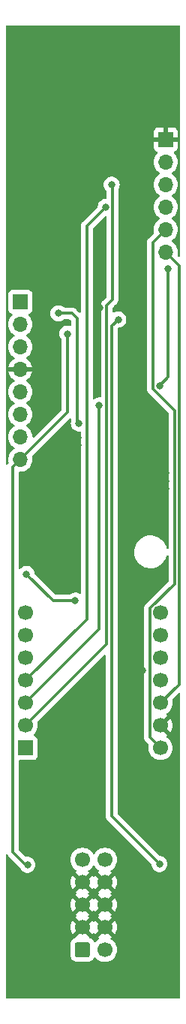
<source format=gbl>
G04 #@! TF.GenerationSoftware,KiCad,Pcbnew,7.0.1.1-36-gbcf78dbe24-dirty-deb11*
G04 #@! TF.CreationDate,2023-04-09T19:27:53+00:00*
G04 #@! TF.ProjectId,RP2040-VCO,52503230-3430-42d5-9643-4f2e6b696361,rev?*
G04 #@! TF.SameCoordinates,Original*
G04 #@! TF.FileFunction,Copper,L2,Bot*
G04 #@! TF.FilePolarity,Positive*
%FSLAX46Y46*%
G04 Gerber Fmt 4.6, Leading zero omitted, Abs format (unit mm)*
G04 Created by KiCad (PCBNEW 7.0.1.1-36-gbcf78dbe24-dirty-deb11) date 2023-04-09 19:27:53*
%MOMM*%
%LPD*%
G01*
G04 APERTURE LIST*
G04 #@! TA.AperFunction,ComponentPad*
%ADD10R,1.700000X1.700000*%
G04 #@! TD*
G04 #@! TA.AperFunction,ComponentPad*
%ADD11O,1.700000X1.700000*%
G04 #@! TD*
G04 #@! TA.AperFunction,ComponentPad*
%ADD12C,1.700000*%
G04 #@! TD*
G04 #@! TA.AperFunction,ViaPad*
%ADD13C,0.800000*%
G04 #@! TD*
G04 #@! TA.AperFunction,ViaPad*
%ADD14C,0.600000*%
G04 #@! TD*
G04 #@! TA.AperFunction,Conductor*
%ADD15C,0.300000*%
G04 #@! TD*
G04 APERTURE END LIST*
D10*
X69700000Y-49500000D03*
D11*
X69700000Y-52040000D03*
X69700000Y-54580000D03*
X69700000Y-57120000D03*
X69700000Y-59660000D03*
X69700000Y-62200000D03*
D10*
X53300000Y-67800000D03*
D11*
X53300000Y-70340000D03*
X53300000Y-72880000D03*
X53300000Y-75420000D03*
X53300000Y-77960000D03*
X53300000Y-80500000D03*
X53300000Y-83040000D03*
X53300000Y-85580000D03*
G04 #@! TA.AperFunction,ComponentPad*
G36*
G01*
X59450000Y-141480000D02*
X59450000Y-140280000D01*
G75*
G02*
X59700000Y-140030000I250000J0D01*
G01*
X60900000Y-140030000D01*
G75*
G02*
X61150000Y-140280000I0J-250000D01*
G01*
X61150000Y-141480000D01*
G75*
G02*
X60900000Y-141730000I-250000J0D01*
G01*
X59700000Y-141730000D01*
G75*
G02*
X59450000Y-141480000I0J250000D01*
G01*
G37*
G04 #@! TD.AperFunction*
D12*
X62840000Y-140880000D03*
X60300000Y-138340000D03*
X62840000Y-138340000D03*
X60300000Y-135800000D03*
X62840000Y-135800000D03*
X60300000Y-133260000D03*
X62840000Y-133260000D03*
X60300000Y-130720000D03*
X62840000Y-130720000D03*
D10*
X53880000Y-118120000D03*
D12*
X53880000Y-115580000D03*
X53880000Y-113040000D03*
X53880000Y-110500000D03*
X53880000Y-107960000D03*
X53880000Y-105420000D03*
X53880000Y-102880000D03*
X69120000Y-102880000D03*
X69120000Y-105420000D03*
X69120000Y-107960000D03*
X69120000Y-110500000D03*
X69120000Y-113040000D03*
X69120000Y-115580000D03*
X69120000Y-118120000D03*
D13*
X56200000Y-92300000D03*
X55900000Y-49300000D03*
X59400000Y-98300000D03*
X56200000Y-91400000D03*
X65900000Y-76200000D03*
X67000000Y-132800000D03*
X59200000Y-119900000D03*
X62200000Y-62500000D03*
X53600000Y-89400000D03*
X65500000Y-59600000D03*
X53600000Y-90300000D03*
X55200000Y-70200000D03*
X67500000Y-133700000D03*
X66000000Y-60500000D03*
X56200000Y-93200000D03*
X69700000Y-88000000D03*
X55900000Y-50200000D03*
X69700000Y-87100000D03*
D14*
X64700000Y-88500000D03*
D13*
X64200000Y-68500000D03*
X53600000Y-91200000D03*
X59700000Y-120700000D03*
X66100000Y-85400000D03*
X69700000Y-88900000D03*
D14*
X64700000Y-87800000D03*
D13*
X66100000Y-86300000D03*
X59800000Y-84000000D03*
X67100000Y-109400000D03*
X58600000Y-98800000D03*
X58600000Y-97800000D03*
X59800000Y-83100000D03*
X56100000Y-73000000D03*
X68000000Y-132800000D03*
X66500000Y-59600000D03*
X66200000Y-109400000D03*
X55000000Y-49300000D03*
X60200000Y-119900000D03*
X55000000Y-50200000D03*
X66100000Y-84500000D03*
X62300000Y-68500000D03*
X62200000Y-61600000D03*
X65900000Y-75300000D03*
X54100000Y-131300000D03*
X58600000Y-71400000D03*
X64349500Y-69800000D03*
X69000000Y-131200000D03*
X63600000Y-54600000D03*
X62949500Y-57100000D03*
X69000000Y-77300000D03*
X62200000Y-79500000D03*
X70000000Y-64100000D03*
X54000000Y-98500000D03*
X59500000Y-101500000D03*
X57600000Y-69100000D03*
X59900000Y-81500000D03*
D15*
X53900000Y-131300000D02*
X54100000Y-131300000D01*
X52450000Y-129850000D02*
X53900000Y-131300000D01*
X58600000Y-71400000D02*
X58600000Y-80280000D01*
X58600000Y-80280000D02*
X53300000Y-85580000D01*
X52450000Y-86430000D02*
X52450000Y-129850000D01*
X53300000Y-85580000D02*
X52450000Y-86430000D01*
X64349500Y-69800000D02*
X63600000Y-70549500D01*
X63600000Y-70549500D02*
X63600000Y-125800000D01*
X63600000Y-125800000D02*
X69000000Y-131200000D01*
X63700000Y-54700000D02*
X63700000Y-67539339D01*
X63700000Y-67539339D02*
X63050000Y-68189339D01*
X63050000Y-106410000D02*
X53880000Y-115580000D01*
X63600000Y-54600000D02*
X63700000Y-54700000D01*
X63050000Y-68189339D02*
X63050000Y-106410000D01*
X60800000Y-103580000D02*
X53880000Y-110500000D01*
X62949500Y-57100000D02*
X60800000Y-59249500D01*
X60800000Y-59249500D02*
X60800000Y-103580000D01*
X67920000Y-116920000D02*
X67920000Y-102382943D01*
X68250000Y-77610661D02*
X68250000Y-61110000D01*
X69120000Y-118120000D02*
X67920000Y-116920000D01*
X67920000Y-102382943D02*
X70700000Y-99602943D01*
X70700000Y-80060661D02*
X68250000Y-77610661D01*
X68250000Y-61110000D02*
X69700000Y-59660000D01*
X70700000Y-99602943D02*
X70700000Y-80060661D01*
X71200000Y-110960000D02*
X69120000Y-113040000D01*
X71200000Y-63700000D02*
X71200000Y-110960000D01*
X69700000Y-62200000D02*
X71200000Y-63700000D01*
X62200000Y-104720000D02*
X62200000Y-79500000D01*
X70000000Y-76300000D02*
X69000000Y-77300000D01*
X70000000Y-64100000D02*
X70000000Y-76300000D01*
X53880000Y-113040000D02*
X62200000Y-104720000D01*
X57000000Y-101500000D02*
X59500000Y-101500000D01*
X54000000Y-98500000D02*
X57000000Y-101500000D01*
X59700000Y-81100000D02*
X59700000Y-81300000D01*
X59700000Y-69700000D02*
X59700000Y-81100000D01*
X57600000Y-69100000D02*
X59100000Y-69100000D01*
X59700000Y-81300000D02*
X59900000Y-81500000D01*
X59100000Y-69100000D02*
X59700000Y-69700000D01*
G04 #@! TA.AperFunction,Conductor*
G36*
X71286500Y-36667381D02*
G01*
X71332619Y-36713500D01*
X71349500Y-36776500D01*
X71349500Y-62614051D01*
X71335767Y-62671254D01*
X71297561Y-62715987D01*
X71243211Y-62738500D01*
X71184564Y-62733884D01*
X71134405Y-62703146D01*
X71057010Y-62625751D01*
X71024626Y-62570105D01*
X71023961Y-62505725D01*
X71044564Y-62424368D01*
X71063156Y-62200000D01*
X71044564Y-61975632D01*
X70989296Y-61757384D01*
X70898860Y-61551209D01*
X70775722Y-61362732D01*
X70623240Y-61197094D01*
X70623239Y-61197093D01*
X70623237Y-61197091D01*
X70445579Y-61058813D01*
X70445577Y-61058812D01*
X70445576Y-61058811D01*
X70412317Y-61040812D01*
X70364047Y-60994498D01*
X70346288Y-60930000D01*
X70364047Y-60865502D01*
X70412317Y-60819187D01*
X70445576Y-60801189D01*
X70623240Y-60662906D01*
X70775722Y-60497268D01*
X70898860Y-60308791D01*
X70989296Y-60102616D01*
X71044564Y-59884368D01*
X71063156Y-59660000D01*
X71044564Y-59435632D01*
X70989296Y-59217384D01*
X70898860Y-59011209D01*
X70775722Y-58822732D01*
X70623240Y-58657094D01*
X70623239Y-58657093D01*
X70623237Y-58657091D01*
X70445579Y-58518813D01*
X70445577Y-58518812D01*
X70445576Y-58518811D01*
X70412317Y-58500812D01*
X70364047Y-58454498D01*
X70346288Y-58390000D01*
X70364047Y-58325502D01*
X70412317Y-58279187D01*
X70445576Y-58261189D01*
X70623240Y-58122906D01*
X70775722Y-57957268D01*
X70898860Y-57768791D01*
X70989296Y-57562616D01*
X71044564Y-57344368D01*
X71063156Y-57120000D01*
X71044564Y-56895632D01*
X70989296Y-56677384D01*
X70898860Y-56471209D01*
X70775722Y-56282732D01*
X70623240Y-56117094D01*
X70623239Y-56117093D01*
X70623237Y-56117091D01*
X70445579Y-55978813D01*
X70445577Y-55978812D01*
X70445576Y-55978811D01*
X70412317Y-55960812D01*
X70364047Y-55914498D01*
X70346288Y-55850000D01*
X70364047Y-55785502D01*
X70412317Y-55739187D01*
X70445576Y-55721189D01*
X70623240Y-55582906D01*
X70775722Y-55417268D01*
X70898860Y-55228791D01*
X70989296Y-55022616D01*
X71044564Y-54804368D01*
X71063156Y-54580000D01*
X71044564Y-54355632D01*
X70989296Y-54137384D01*
X70898860Y-53931209D01*
X70775722Y-53742732D01*
X70623240Y-53577094D01*
X70623239Y-53577093D01*
X70623237Y-53577091D01*
X70445578Y-53438812D01*
X70412317Y-53420812D01*
X70364046Y-53374495D01*
X70346288Y-53309997D01*
X70364049Y-53245499D01*
X70412317Y-53199187D01*
X70445576Y-53181189D01*
X70623240Y-53042906D01*
X70775722Y-52877268D01*
X70898860Y-52688791D01*
X70989296Y-52482616D01*
X71044564Y-52264368D01*
X71063156Y-52040000D01*
X71044564Y-51815632D01*
X70989296Y-51597384D01*
X70898860Y-51391209D01*
X70775722Y-51202732D01*
X70632157Y-51046780D01*
X70602921Y-50993178D01*
X70602318Y-50932122D01*
X70630493Y-50877951D01*
X70680827Y-50843388D01*
X70795963Y-50800445D01*
X70912904Y-50712904D01*
X71000445Y-50595962D01*
X71051494Y-50459093D01*
X71058000Y-50398589D01*
X71058000Y-49754000D01*
X68342000Y-49754000D01*
X68342000Y-50398589D01*
X68348505Y-50459093D01*
X68399554Y-50595962D01*
X68487095Y-50712904D01*
X68604037Y-50800445D01*
X68719172Y-50843388D01*
X68769506Y-50877952D01*
X68797681Y-50932122D01*
X68797078Y-50993178D01*
X68767841Y-51046782D01*
X68624278Y-51202731D01*
X68501139Y-51391209D01*
X68410702Y-51597388D01*
X68355437Y-51815627D01*
X68355436Y-51815632D01*
X68336844Y-52040000D01*
X68355436Y-52264368D01*
X68355436Y-52264371D01*
X68355437Y-52264372D01*
X68410702Y-52482611D01*
X68501139Y-52688790D01*
X68624278Y-52877268D01*
X68776762Y-53042908D01*
X68954418Y-53181185D01*
X68954420Y-53181186D01*
X68954424Y-53181189D01*
X68987682Y-53199187D01*
X69035952Y-53245503D01*
X69053711Y-53310000D01*
X69035952Y-53374497D01*
X68987682Y-53420812D01*
X68962794Y-53434281D01*
X68954418Y-53438814D01*
X68776762Y-53577091D01*
X68624278Y-53742731D01*
X68501139Y-53931209D01*
X68410702Y-54137388D01*
X68387644Y-54228444D01*
X68355436Y-54355632D01*
X68336844Y-54580000D01*
X68355436Y-54804368D01*
X68355436Y-54804371D01*
X68355437Y-54804372D01*
X68410702Y-55022611D01*
X68501139Y-55228790D01*
X68624278Y-55417268D01*
X68776762Y-55582908D01*
X68954418Y-55721185D01*
X68954420Y-55721186D01*
X68954424Y-55721189D01*
X68987682Y-55739187D01*
X69035952Y-55785503D01*
X69053711Y-55850000D01*
X69035952Y-55914497D01*
X68987682Y-55960812D01*
X68962794Y-55974281D01*
X68954418Y-55978814D01*
X68776762Y-56117091D01*
X68624278Y-56282731D01*
X68501139Y-56471209D01*
X68410702Y-56677388D01*
X68355437Y-56895627D01*
X68355436Y-56895632D01*
X68336844Y-57120000D01*
X68355436Y-57344368D01*
X68355436Y-57344371D01*
X68355437Y-57344372D01*
X68410702Y-57562611D01*
X68501139Y-57768790D01*
X68624278Y-57957268D01*
X68776762Y-58122908D01*
X68954418Y-58261185D01*
X68954420Y-58261186D01*
X68954424Y-58261189D01*
X68987682Y-58279187D01*
X69035952Y-58325503D01*
X69053711Y-58390000D01*
X69035952Y-58454497D01*
X68987682Y-58500812D01*
X68962794Y-58514281D01*
X68954418Y-58518814D01*
X68776762Y-58657091D01*
X68624278Y-58822731D01*
X68501139Y-59011209D01*
X68410702Y-59217388D01*
X68394707Y-59280553D01*
X68355436Y-59435632D01*
X68336844Y-59660000D01*
X68355436Y-59884368D01*
X68355436Y-59884371D01*
X68355437Y-59884372D01*
X68376038Y-59965723D01*
X68375373Y-60030103D01*
X68342989Y-60085749D01*
X67845611Y-60583127D01*
X67828742Y-60596643D01*
X67778394Y-60650257D01*
X67775644Y-60653095D01*
X67755070Y-60673670D01*
X67752343Y-60677185D01*
X67744650Y-60686191D01*
X67713027Y-60719868D01*
X67702690Y-60738668D01*
X67691844Y-60755179D01*
X67678695Y-60772131D01*
X67660350Y-60814524D01*
X67655130Y-60825179D01*
X67632876Y-60865660D01*
X67627542Y-60886435D01*
X67621139Y-60905135D01*
X67612620Y-60924820D01*
X67605393Y-60970452D01*
X67602986Y-60982073D01*
X67591500Y-61026811D01*
X67591500Y-61048259D01*
X67589949Y-61067970D01*
X67586594Y-61089152D01*
X67590941Y-61135138D01*
X67591500Y-61146996D01*
X67591500Y-77524050D01*
X67589128Y-77545535D01*
X67591438Y-77619030D01*
X67591500Y-77622988D01*
X67591500Y-77652097D01*
X67592055Y-77656493D01*
X67592986Y-77668317D01*
X67594437Y-77714492D01*
X67600421Y-77735088D01*
X67604429Y-77754443D01*
X67607117Y-77775722D01*
X67624124Y-77818678D01*
X67627967Y-77829905D01*
X67640854Y-77874261D01*
X67651770Y-77892719D01*
X67660467Y-77910471D01*
X67668364Y-77930417D01*
X67695514Y-77967784D01*
X67702033Y-77977707D01*
X67725549Y-78017471D01*
X67740710Y-78032632D01*
X67753550Y-78047665D01*
X67766157Y-78065016D01*
X67801751Y-78094462D01*
X67810531Y-78102452D01*
X70004595Y-80296516D01*
X70031909Y-80337393D01*
X70041500Y-80385611D01*
X70041500Y-95512578D01*
X70027204Y-95570872D01*
X69987561Y-95615938D01*
X69931566Y-95637550D01*
X69871925Y-95630803D01*
X69822172Y-95597230D01*
X69793597Y-95544448D01*
X69756072Y-95400912D01*
X69650130Y-95151610D01*
X69509018Y-94920390D01*
X69335745Y-94712180D01*
X69230759Y-94618112D01*
X69134006Y-94531421D01*
X69134003Y-94531419D01*
X69134002Y-94531418D01*
X68908090Y-94381956D01*
X68908086Y-94381954D01*
X68662828Y-94266981D01*
X68403425Y-94188938D01*
X68135442Y-94149500D01*
X68135439Y-94149500D01*
X67932369Y-94149500D01*
X67898614Y-94151970D01*
X67729839Y-94164323D01*
X67465449Y-94223219D01*
X67212441Y-94319985D01*
X66976225Y-94452557D01*
X66761820Y-94618114D01*
X66573815Y-94813117D01*
X66416200Y-95033422D01*
X66292342Y-95274328D01*
X66204882Y-95530693D01*
X66155681Y-95797065D01*
X66145787Y-96067766D01*
X66175413Y-96337015D01*
X66175414Y-96337018D01*
X66243928Y-96599088D01*
X66349870Y-96848390D01*
X66490982Y-97079610D01*
X66664255Y-97287820D01*
X66664256Y-97287821D01*
X66664258Y-97287823D01*
X66865993Y-97468578D01*
X66865995Y-97468579D01*
X66865998Y-97468582D01*
X67091910Y-97618044D01*
X67224104Y-97680014D01*
X67337171Y-97733018D01*
X67337173Y-97733018D01*
X67337176Y-97733020D01*
X67596569Y-97811060D01*
X67596572Y-97811060D01*
X67596574Y-97811061D01*
X67864558Y-97850500D01*
X67864561Y-97850500D01*
X68067630Y-97850500D01*
X68067631Y-97850500D01*
X68270156Y-97835677D01*
X68534553Y-97776780D01*
X68787558Y-97680014D01*
X69023777Y-97547441D01*
X69238177Y-97381888D01*
X69426186Y-97186881D01*
X69583799Y-96966579D01*
X69707656Y-96725675D01*
X69750842Y-96599087D01*
X69796249Y-96465991D01*
X69836325Y-96408657D01*
X69900805Y-96381534D01*
X69969814Y-96392981D01*
X70022082Y-96439471D01*
X70041500Y-96506674D01*
X70041500Y-99277993D01*
X70031909Y-99326211D01*
X70004595Y-99367088D01*
X67515611Y-101856070D01*
X67498742Y-101869586D01*
X67448394Y-101923200D01*
X67445644Y-101926038D01*
X67425070Y-101946613D01*
X67422343Y-101950128D01*
X67414650Y-101959134D01*
X67383027Y-101992811D01*
X67372690Y-102011611D01*
X67361844Y-102028122D01*
X67348695Y-102045074D01*
X67330350Y-102087467D01*
X67325130Y-102098122D01*
X67302876Y-102138603D01*
X67297542Y-102159378D01*
X67291139Y-102178078D01*
X67282620Y-102197763D01*
X67275393Y-102243395D01*
X67272986Y-102255016D01*
X67261500Y-102299754D01*
X67261500Y-102321202D01*
X67259949Y-102340913D01*
X67256594Y-102362095D01*
X67260941Y-102408081D01*
X67261500Y-102419939D01*
X67261500Y-116833389D01*
X67259128Y-116854874D01*
X67261438Y-116928369D01*
X67261500Y-116932327D01*
X67261500Y-116961436D01*
X67262055Y-116965832D01*
X67262986Y-116977656D01*
X67264437Y-117023831D01*
X67270421Y-117044427D01*
X67274429Y-117063782D01*
X67277117Y-117085061D01*
X67294124Y-117128017D01*
X67297967Y-117139244D01*
X67310854Y-117183600D01*
X67321770Y-117202058D01*
X67330467Y-117219810D01*
X67338364Y-117239756D01*
X67365514Y-117277123D01*
X67372033Y-117287046D01*
X67395549Y-117326810D01*
X67410710Y-117341971D01*
X67423550Y-117357004D01*
X67436157Y-117374355D01*
X67471752Y-117403802D01*
X67480532Y-117411792D01*
X67762988Y-117694248D01*
X67795372Y-117749893D01*
X67796038Y-117814272D01*
X67779582Y-117879257D01*
X67775436Y-117895632D01*
X67756844Y-118120000D01*
X67775436Y-118344368D01*
X67775436Y-118344371D01*
X67775437Y-118344372D01*
X67830702Y-118562611D01*
X67921139Y-118768790D01*
X67921140Y-118768791D01*
X68044278Y-118957268D01*
X68156525Y-119079200D01*
X68196762Y-119122908D01*
X68316629Y-119216205D01*
X68374424Y-119261189D01*
X68572426Y-119368342D01*
X68785365Y-119441444D01*
X69007431Y-119478500D01*
X69232566Y-119478500D01*
X69232569Y-119478500D01*
X69454635Y-119441444D01*
X69667574Y-119368342D01*
X69865576Y-119261189D01*
X70043240Y-119122906D01*
X70195722Y-118957268D01*
X70318860Y-118768791D01*
X70409296Y-118562616D01*
X70464564Y-118344368D01*
X70483156Y-118120000D01*
X70464564Y-117895632D01*
X70409296Y-117677384D01*
X70318860Y-117471209D01*
X70195722Y-117282732D01*
X70043240Y-117117094D01*
X70043239Y-117117093D01*
X70043237Y-117117091D01*
X69923372Y-117023796D01*
X69865576Y-116978811D01*
X69831792Y-116960528D01*
X69783521Y-116914212D01*
X69765762Y-116849715D01*
X69783521Y-116785217D01*
X69831793Y-116738901D01*
X69865303Y-116720765D01*
X69885688Y-116704899D01*
X69885689Y-116704898D01*
X68849885Y-115669094D01*
X68817273Y-115612610D01*
X68817273Y-115580001D01*
X69479210Y-115580001D01*
X70243076Y-116343867D01*
X70243077Y-116343866D01*
X70318418Y-116228551D01*
X70408819Y-116022457D01*
X70464068Y-115804283D01*
X70482653Y-115580000D01*
X70464068Y-115355716D01*
X70408819Y-115137543D01*
X70318417Y-114931446D01*
X70243076Y-114816132D01*
X69479210Y-115580000D01*
X69479210Y-115580001D01*
X68817273Y-115580001D01*
X68817273Y-115547388D01*
X68849885Y-115490903D01*
X69120000Y-115220789D01*
X69885689Y-114455100D01*
X69885688Y-114455099D01*
X69865300Y-114439230D01*
X69831792Y-114421097D01*
X69783521Y-114374781D01*
X69765762Y-114310282D01*
X69783522Y-114245785D01*
X69831791Y-114199471D01*
X69865576Y-114181189D01*
X70043240Y-114042906D01*
X70195722Y-113877268D01*
X70318860Y-113688791D01*
X70409296Y-113482616D01*
X70464564Y-113264368D01*
X70483156Y-113040000D01*
X70464564Y-112815632D01*
X70443961Y-112734274D01*
X70444626Y-112669895D01*
X70477008Y-112614250D01*
X71134404Y-111956855D01*
X71184564Y-111926118D01*
X71243211Y-111921502D01*
X71297561Y-111944015D01*
X71335767Y-111988748D01*
X71349500Y-112045951D01*
X71349500Y-146223500D01*
X71332619Y-146286500D01*
X71286500Y-146332619D01*
X71223500Y-146349500D01*
X51776500Y-146349500D01*
X51713500Y-146332619D01*
X51667381Y-146286500D01*
X51650500Y-146223500D01*
X51650500Y-141530540D01*
X58941500Y-141530540D01*
X58943693Y-141552006D01*
X58952113Y-141634426D01*
X59007885Y-141802738D01*
X59057335Y-141882908D01*
X59100972Y-141953655D01*
X59226344Y-142079027D01*
X59226346Y-142079028D01*
X59226348Y-142079030D01*
X59377262Y-142172115D01*
X59545574Y-142227887D01*
X59649455Y-142238500D01*
X60950544Y-142238499D01*
X61054426Y-142227887D01*
X61222738Y-142172115D01*
X61373652Y-142079030D01*
X61499030Y-141953652D01*
X61592115Y-141802738D01*
X61592115Y-141802735D01*
X61599846Y-141790203D01*
X61600835Y-141790813D01*
X61626619Y-141751426D01*
X61684262Y-141722017D01*
X61748900Y-141725098D01*
X61803482Y-141759855D01*
X61916760Y-141882906D01*
X61916762Y-141882908D01*
X62007653Y-141953652D01*
X62094424Y-142021189D01*
X62292426Y-142128342D01*
X62505365Y-142201444D01*
X62727431Y-142238500D01*
X62952566Y-142238500D01*
X62952569Y-142238500D01*
X63174635Y-142201444D01*
X63387574Y-142128342D01*
X63585576Y-142021189D01*
X63763240Y-141882906D01*
X63915722Y-141717268D01*
X64038860Y-141528791D01*
X64129296Y-141322616D01*
X64184564Y-141104368D01*
X64203156Y-140880000D01*
X64184564Y-140655632D01*
X64129296Y-140437384D01*
X64038860Y-140231209D01*
X63915722Y-140042732D01*
X63763240Y-139877094D01*
X63763239Y-139877093D01*
X63763237Y-139877091D01*
X63656641Y-139794124D01*
X63585576Y-139738811D01*
X63551792Y-139720528D01*
X63503521Y-139674212D01*
X63485762Y-139609715D01*
X63503521Y-139545217D01*
X63551793Y-139498901D01*
X63585303Y-139480765D01*
X63605688Y-139464899D01*
X63605689Y-139464898D01*
X62840001Y-138699210D01*
X62840000Y-138699210D01*
X62074310Y-139464899D01*
X62094697Y-139480767D01*
X62128206Y-139498901D01*
X62176478Y-139545217D01*
X62194237Y-139609714D01*
X62176478Y-139674212D01*
X62128207Y-139720528D01*
X62094423Y-139738811D01*
X61916762Y-139877091D01*
X61803484Y-140000143D01*
X61748900Y-140034901D01*
X61684263Y-140037983D01*
X61626621Y-140008575D01*
X61600835Y-139969186D01*
X61599846Y-139969797D01*
X61592115Y-139957264D01*
X61592115Y-139957262D01*
X61499030Y-139806348D01*
X61499028Y-139806346D01*
X61499027Y-139806344D01*
X61373655Y-139680972D01*
X61373652Y-139680970D01*
X61222738Y-139587885D01*
X61153511Y-139564945D01*
X61106561Y-139536880D01*
X61075928Y-139491562D01*
X61072844Y-139472053D01*
X60300001Y-138699210D01*
X60300000Y-138699210D01*
X59527152Y-139472056D01*
X59524068Y-139491564D01*
X59493435Y-139536881D01*
X59446486Y-139564946D01*
X59377264Y-139587884D01*
X59226344Y-139680972D01*
X59100972Y-139806344D01*
X59100970Y-139806348D01*
X59007885Y-139957262D01*
X58979564Y-140042731D01*
X58952113Y-140125574D01*
X58941500Y-140229459D01*
X58941500Y-141530540D01*
X51650500Y-141530540D01*
X51650500Y-138340000D01*
X58937346Y-138340000D01*
X58955931Y-138564283D01*
X59011180Y-138782456D01*
X59101580Y-138988548D01*
X59176922Y-139103866D01*
X59940789Y-138340001D01*
X60659210Y-138340001D01*
X61423076Y-139103867D01*
X61464516Y-139040439D01*
X61510030Y-138998541D01*
X61569999Y-138983355D01*
X61629968Y-138998541D01*
X61675482Y-139040439D01*
X61716922Y-139103866D01*
X62480789Y-138340001D01*
X63199210Y-138340001D01*
X63963076Y-139103867D01*
X63963077Y-139103866D01*
X64038418Y-138988551D01*
X64128819Y-138782457D01*
X64184068Y-138564283D01*
X64202653Y-138340000D01*
X64184068Y-138115716D01*
X64128819Y-137897543D01*
X64038417Y-137691446D01*
X63963076Y-137576132D01*
X63199210Y-138340000D01*
X63199210Y-138340001D01*
X62480789Y-138340001D01*
X62480790Y-138340000D01*
X61716921Y-137576132D01*
X61675482Y-137639560D01*
X61629968Y-137681458D01*
X61569999Y-137696644D01*
X61510030Y-137681458D01*
X61464516Y-137639560D01*
X61423076Y-137576132D01*
X60659210Y-138340000D01*
X60659210Y-138340001D01*
X59940789Y-138340001D01*
X59940790Y-138340000D01*
X59176922Y-137576133D01*
X59101580Y-137691451D01*
X59011180Y-137897543D01*
X58955931Y-138115716D01*
X58937346Y-138340000D01*
X51650500Y-138340000D01*
X51650500Y-137215101D01*
X59534310Y-137215101D01*
X60299999Y-137980790D01*
X60300000Y-137980790D01*
X61065688Y-137215101D01*
X62074310Y-137215101D01*
X62839999Y-137980790D01*
X62840000Y-137980790D01*
X63605689Y-137215100D01*
X63605688Y-137215099D01*
X63585302Y-137199232D01*
X63551265Y-137180812D01*
X63502994Y-137134495D01*
X63485236Y-137069997D01*
X63502996Y-137005500D01*
X63551268Y-136959184D01*
X63585306Y-136940763D01*
X63605688Y-136924899D01*
X63605689Y-136924898D01*
X62840001Y-136159210D01*
X62840000Y-136159210D01*
X62074310Y-136924899D01*
X62094699Y-136940768D01*
X62128733Y-136959187D01*
X62177004Y-137005503D01*
X62194763Y-137070000D01*
X62177004Y-137134497D01*
X62128733Y-137180813D01*
X62094702Y-137199229D01*
X62074310Y-137215099D01*
X62074310Y-137215101D01*
X61065688Y-137215101D01*
X61065689Y-137215100D01*
X61065688Y-137215099D01*
X61045302Y-137199232D01*
X61011265Y-137180812D01*
X60962994Y-137134495D01*
X60945236Y-137069997D01*
X60962996Y-137005500D01*
X61011268Y-136959184D01*
X61045306Y-136940763D01*
X61065688Y-136924899D01*
X61065689Y-136924898D01*
X60300001Y-136159210D01*
X60300000Y-136159210D01*
X59534310Y-136924899D01*
X59554699Y-136940768D01*
X59588733Y-136959187D01*
X59637004Y-137005503D01*
X59654763Y-137070000D01*
X59637004Y-137134497D01*
X59588733Y-137180813D01*
X59554702Y-137199229D01*
X59534310Y-137215099D01*
X59534310Y-137215101D01*
X51650500Y-137215101D01*
X51650500Y-135800000D01*
X58937346Y-135800000D01*
X58955931Y-136024283D01*
X59011180Y-136242456D01*
X59101580Y-136448548D01*
X59176922Y-136563866D01*
X59940789Y-135800001D01*
X60659210Y-135800001D01*
X61423076Y-136563867D01*
X61464516Y-136500439D01*
X61510030Y-136458541D01*
X61569999Y-136443355D01*
X61629968Y-136458541D01*
X61675482Y-136500439D01*
X61716922Y-136563866D01*
X62480789Y-135800001D01*
X63199210Y-135800001D01*
X63963076Y-136563867D01*
X63963077Y-136563866D01*
X64038418Y-136448551D01*
X64128819Y-136242457D01*
X64184068Y-136024283D01*
X64202653Y-135799999D01*
X64184068Y-135575716D01*
X64128819Y-135357543D01*
X64038417Y-135151446D01*
X63963076Y-135036132D01*
X63199210Y-135800000D01*
X63199210Y-135800001D01*
X62480789Y-135800001D01*
X62480790Y-135800000D01*
X61716921Y-135036132D01*
X61675482Y-135099560D01*
X61629968Y-135141458D01*
X61569999Y-135156644D01*
X61510030Y-135141458D01*
X61464516Y-135099560D01*
X61423076Y-135036132D01*
X60659210Y-135800000D01*
X60659210Y-135800001D01*
X59940789Y-135800001D01*
X59940790Y-135800000D01*
X59176922Y-135036133D01*
X59101580Y-135151451D01*
X59011180Y-135357543D01*
X58955931Y-135575716D01*
X58937346Y-135800000D01*
X51650500Y-135800000D01*
X51650500Y-134675101D01*
X59534310Y-134675101D01*
X60299999Y-135440790D01*
X60300000Y-135440790D01*
X61065688Y-134675101D01*
X62074310Y-134675101D01*
X62839999Y-135440790D01*
X62840000Y-135440790D01*
X63605689Y-134675100D01*
X63605688Y-134675099D01*
X63585302Y-134659232D01*
X63551265Y-134640812D01*
X63502994Y-134594495D01*
X63485236Y-134529997D01*
X63502996Y-134465500D01*
X63551268Y-134419184D01*
X63585306Y-134400763D01*
X63605688Y-134384899D01*
X63605689Y-134384898D01*
X62840001Y-133619210D01*
X62840000Y-133619210D01*
X62074310Y-134384899D01*
X62094699Y-134400768D01*
X62128733Y-134419187D01*
X62177004Y-134465503D01*
X62194763Y-134530000D01*
X62177004Y-134594497D01*
X62128733Y-134640813D01*
X62094702Y-134659229D01*
X62074310Y-134675099D01*
X62074310Y-134675101D01*
X61065688Y-134675101D01*
X61065689Y-134675100D01*
X61065688Y-134675099D01*
X61045302Y-134659232D01*
X61011265Y-134640812D01*
X60962994Y-134594495D01*
X60945236Y-134529997D01*
X60962996Y-134465500D01*
X61011268Y-134419184D01*
X61045306Y-134400763D01*
X61065688Y-134384899D01*
X61065689Y-134384898D01*
X60300001Y-133619210D01*
X60300000Y-133619210D01*
X59534310Y-134384899D01*
X59554699Y-134400768D01*
X59588733Y-134419187D01*
X59637004Y-134465503D01*
X59654763Y-134530000D01*
X59637004Y-134594497D01*
X59588733Y-134640813D01*
X59554702Y-134659229D01*
X59534310Y-134675099D01*
X59534310Y-134675101D01*
X51650500Y-134675101D01*
X51650500Y-133260000D01*
X58937346Y-133260000D01*
X58955931Y-133484283D01*
X59011180Y-133702456D01*
X59101580Y-133908548D01*
X59176922Y-134023866D01*
X59940789Y-133260001D01*
X60659210Y-133260001D01*
X61423076Y-134023867D01*
X61464516Y-133960439D01*
X61510030Y-133918541D01*
X61569999Y-133903355D01*
X61629968Y-133918541D01*
X61675482Y-133960439D01*
X61716922Y-134023866D01*
X62480789Y-133260001D01*
X63199210Y-133260001D01*
X63963076Y-134023867D01*
X63963077Y-134023866D01*
X64038418Y-133908551D01*
X64128819Y-133702457D01*
X64184068Y-133484283D01*
X64202653Y-133259999D01*
X64184068Y-133035716D01*
X64128819Y-132817543D01*
X64038417Y-132611446D01*
X63963076Y-132496132D01*
X63199210Y-133260000D01*
X63199210Y-133260001D01*
X62480789Y-133260001D01*
X62480790Y-133260000D01*
X61716921Y-132496132D01*
X61675482Y-132559560D01*
X61629968Y-132601458D01*
X61569999Y-132616644D01*
X61510030Y-132601458D01*
X61464516Y-132559560D01*
X61423076Y-132496132D01*
X60659210Y-133260000D01*
X60659210Y-133260001D01*
X59940789Y-133260001D01*
X59940790Y-133260000D01*
X59176922Y-132496133D01*
X59101580Y-132611451D01*
X59011180Y-132817543D01*
X58955931Y-133035716D01*
X58937346Y-133260000D01*
X51650500Y-133260000D01*
X51650500Y-130257678D01*
X51666085Y-130196977D01*
X51708986Y-130151293D01*
X51768588Y-130131927D01*
X51830148Y-130143670D01*
X51878436Y-130183617D01*
X51895515Y-130207124D01*
X51902033Y-130217046D01*
X51925549Y-130256810D01*
X51940710Y-130271971D01*
X51953550Y-130287004D01*
X51966157Y-130304355D01*
X52001751Y-130333801D01*
X52010531Y-130341791D01*
X53208068Y-131539328D01*
X53238806Y-131589486D01*
X53265473Y-131671557D01*
X53360958Y-131836942D01*
X53440953Y-131925785D01*
X53488747Y-131978866D01*
X53643248Y-132091118D01*
X53817712Y-132168794D01*
X54004513Y-132208500D01*
X54195485Y-132208500D01*
X54195487Y-132208500D01*
X54382288Y-132168794D01*
X54556752Y-132091118D01*
X54711253Y-131978866D01*
X54839040Y-131836944D01*
X54934527Y-131671556D01*
X54993542Y-131489928D01*
X55013504Y-131300000D01*
X54993542Y-131110072D01*
X54961049Y-131010070D01*
X54934527Y-130928443D01*
X54839041Y-130763057D01*
X54800272Y-130720000D01*
X58936844Y-130720000D01*
X58955436Y-130944368D01*
X58955436Y-130944371D01*
X58955437Y-130944372D01*
X59010702Y-131162611D01*
X59101139Y-131368790D01*
X59101140Y-131368791D01*
X59224278Y-131557268D01*
X59329489Y-131671557D01*
X59376762Y-131722908D01*
X59554422Y-131861188D01*
X59554424Y-131861189D01*
X59588205Y-131879470D01*
X59636477Y-131925785D01*
X59654237Y-131990282D01*
X59636479Y-132054780D01*
X59588208Y-132101097D01*
X59554700Y-132119230D01*
X59534310Y-132135099D01*
X59534310Y-132135101D01*
X60299999Y-132900790D01*
X60300000Y-132900790D01*
X61065689Y-132135100D01*
X61065688Y-132135099D01*
X61045300Y-132119230D01*
X61011792Y-132101097D01*
X60963521Y-132054781D01*
X60945762Y-131990282D01*
X60963522Y-131925785D01*
X61011791Y-131879471D01*
X61045576Y-131861189D01*
X61223240Y-131722906D01*
X61375722Y-131557268D01*
X61464518Y-131421354D01*
X61510030Y-131379457D01*
X61570000Y-131364271D01*
X61629970Y-131379457D01*
X61675481Y-131421354D01*
X61764278Y-131557268D01*
X61916760Y-131722906D01*
X61916762Y-131722908D01*
X62094422Y-131861188D01*
X62094424Y-131861189D01*
X62128205Y-131879470D01*
X62176477Y-131925785D01*
X62194237Y-131990282D01*
X62176479Y-132054780D01*
X62128208Y-132101097D01*
X62094700Y-132119230D01*
X62074310Y-132135099D01*
X62074310Y-132135101D01*
X62839999Y-132900790D01*
X62840000Y-132900790D01*
X63605689Y-132135100D01*
X63605688Y-132135099D01*
X63585300Y-132119230D01*
X63551792Y-132101097D01*
X63503521Y-132054781D01*
X63485762Y-131990282D01*
X63503522Y-131925785D01*
X63551791Y-131879471D01*
X63585576Y-131861189D01*
X63763240Y-131722906D01*
X63915722Y-131557268D01*
X64038860Y-131368791D01*
X64129296Y-131162616D01*
X64184564Y-130944368D01*
X64203156Y-130720000D01*
X64184564Y-130495632D01*
X64129296Y-130277384D01*
X64038860Y-130071209D01*
X63915722Y-129882732D01*
X63763240Y-129717094D01*
X63763239Y-129717093D01*
X63763237Y-129717091D01*
X63585578Y-129578812D01*
X63387573Y-129471657D01*
X63243427Y-129422172D01*
X63174635Y-129398556D01*
X62952569Y-129361500D01*
X62727431Y-129361500D01*
X62505365Y-129398556D01*
X62505362Y-129398556D01*
X62505362Y-129398557D01*
X62292426Y-129471657D01*
X62094421Y-129578812D01*
X61916762Y-129717091D01*
X61764278Y-129882731D01*
X61718677Y-129952528D01*
X61675481Y-130018645D01*
X61629969Y-130060542D01*
X61570000Y-130075728D01*
X61510031Y-130060542D01*
X61464518Y-130018645D01*
X61375722Y-129882732D01*
X61223240Y-129717094D01*
X61223239Y-129717093D01*
X61223237Y-129717091D01*
X61045578Y-129578812D01*
X60847573Y-129471657D01*
X60703427Y-129422172D01*
X60634635Y-129398556D01*
X60412569Y-129361500D01*
X60187431Y-129361500D01*
X59965365Y-129398556D01*
X59965362Y-129398556D01*
X59965362Y-129398557D01*
X59752426Y-129471657D01*
X59554421Y-129578812D01*
X59376762Y-129717091D01*
X59224278Y-129882731D01*
X59101139Y-130071209D01*
X59010702Y-130277388D01*
X58955437Y-130495627D01*
X58955436Y-130495632D01*
X58936844Y-130720000D01*
X54800272Y-130720000D01*
X54711252Y-130621133D01*
X54556753Y-130508883D01*
X54556752Y-130508882D01*
X54382288Y-130431206D01*
X54195487Y-130391500D01*
X54004513Y-130391500D01*
X54004506Y-130391500D01*
X54003998Y-130391608D01*
X54001252Y-130391500D01*
X53991270Y-130391500D01*
X53991270Y-130391107D01*
X53942020Y-130389170D01*
X53888715Y-130357455D01*
X53145405Y-129614145D01*
X53118091Y-129573268D01*
X53108500Y-129525050D01*
X53108500Y-119604500D01*
X53125381Y-119541500D01*
X53171500Y-119495381D01*
X53234500Y-119478500D01*
X54778638Y-119478500D01*
X54839201Y-119471989D01*
X54976204Y-119420889D01*
X55093261Y-119333261D01*
X55180889Y-119216204D01*
X55231989Y-119079201D01*
X55238500Y-119018638D01*
X55238500Y-117221362D01*
X55231989Y-117160799D01*
X55180889Y-117023796D01*
X55180888Y-117023794D01*
X55093261Y-116906738D01*
X54976205Y-116819111D01*
X54914670Y-116796159D01*
X54861191Y-116776213D01*
X54810858Y-116741650D01*
X54782684Y-116687480D01*
X54783287Y-116626424D01*
X54812522Y-116572822D01*
X54955722Y-116417268D01*
X55078860Y-116228791D01*
X55169296Y-116022616D01*
X55224564Y-115804368D01*
X55243156Y-115580000D01*
X55224564Y-115355632D01*
X55203961Y-115274273D01*
X55204626Y-115209894D01*
X55237008Y-115154250D01*
X62726405Y-107664854D01*
X62776564Y-107634116D01*
X62835211Y-107629500D01*
X62889561Y-107652013D01*
X62927767Y-107696746D01*
X62941500Y-107753949D01*
X62941500Y-125713389D01*
X62939128Y-125734874D01*
X62941438Y-125808369D01*
X62941500Y-125812327D01*
X62941500Y-125841436D01*
X62942055Y-125845832D01*
X62942986Y-125857656D01*
X62944437Y-125903831D01*
X62950421Y-125924427D01*
X62954429Y-125943782D01*
X62957117Y-125965061D01*
X62974124Y-126008017D01*
X62977967Y-126019244D01*
X62990854Y-126063600D01*
X63001770Y-126082058D01*
X63010467Y-126099810D01*
X63018364Y-126119756D01*
X63045514Y-126157123D01*
X63052033Y-126167046D01*
X63075549Y-126206810D01*
X63090710Y-126221971D01*
X63103550Y-126237004D01*
X63116157Y-126254355D01*
X63151752Y-126283802D01*
X63160532Y-126291792D01*
X68057029Y-131188288D01*
X68081659Y-131223138D01*
X68093244Y-131264211D01*
X68106458Y-131389929D01*
X68165472Y-131571556D01*
X68260958Y-131736942D01*
X68351000Y-131836944D01*
X68388747Y-131878866D01*
X68543248Y-131991118D01*
X68717712Y-132068794D01*
X68904513Y-132108500D01*
X69095485Y-132108500D01*
X69095487Y-132108500D01*
X69282288Y-132068794D01*
X69456752Y-131991118D01*
X69611253Y-131878866D01*
X69739040Y-131736944D01*
X69834527Y-131571556D01*
X69893542Y-131389928D01*
X69913504Y-131200000D01*
X69893542Y-131010072D01*
X69834527Y-130828444D01*
X69834527Y-130828443D01*
X69739041Y-130663057D01*
X69611252Y-130521133D01*
X69456753Y-130408883D01*
X69456752Y-130408882D01*
X69282288Y-130331206D01*
X69095487Y-130291500D01*
X69095485Y-130291500D01*
X69074949Y-130291500D01*
X69026731Y-130281909D01*
X68985854Y-130254595D01*
X64295405Y-125564145D01*
X64268091Y-125523268D01*
X64258500Y-125475050D01*
X64258500Y-70874450D01*
X64268091Y-70826232D01*
X64295405Y-70785355D01*
X64335355Y-70745405D01*
X64376232Y-70718091D01*
X64424450Y-70708500D01*
X64444985Y-70708500D01*
X64444987Y-70708500D01*
X64631788Y-70668794D01*
X64806252Y-70591118D01*
X64960753Y-70478866D01*
X65088540Y-70336944D01*
X65184027Y-70171556D01*
X65243042Y-69989928D01*
X65263004Y-69800000D01*
X65243042Y-69610072D01*
X65184027Y-69428444D01*
X65184027Y-69428443D01*
X65088541Y-69263057D01*
X64960752Y-69121133D01*
X64806253Y-69008883D01*
X64806252Y-69008882D01*
X64631788Y-68931206D01*
X64444987Y-68891500D01*
X64254013Y-68891500D01*
X64129479Y-68917970D01*
X64067211Y-68931206D01*
X64009246Y-68957014D01*
X63892748Y-69008882D01*
X63892745Y-69008884D01*
X63885749Y-69011999D01*
X63824614Y-69022504D01*
X63765876Y-69002565D01*
X63723769Y-68957014D01*
X63708500Y-68896892D01*
X63708500Y-68514290D01*
X63718091Y-68466072D01*
X63745404Y-68425195D01*
X63774682Y-68395915D01*
X64104388Y-68066209D01*
X64121252Y-68052701D01*
X64123078Y-68050755D01*
X64123080Y-68050755D01*
X64171606Y-67999078D01*
X64174328Y-67996269D01*
X64194927Y-67975672D01*
X64197648Y-67972162D01*
X64205346Y-67963148D01*
X64236972Y-67929472D01*
X64247303Y-67910678D01*
X64258159Y-67894153D01*
X64258384Y-67893863D01*
X64271304Y-67877207D01*
X64289652Y-67834804D01*
X64294877Y-67824142D01*
X64298250Y-67818007D01*
X64317124Y-67783676D01*
X64322458Y-67762897D01*
X64328856Y-67744208D01*
X64337380Y-67724515D01*
X64344609Y-67678860D01*
X64347010Y-67667271D01*
X64358500Y-67622527D01*
X64358500Y-67601080D01*
X64360051Y-67581369D01*
X64363406Y-67560187D01*
X64359058Y-67514198D01*
X64358500Y-67502343D01*
X64358500Y-55137000D01*
X64375381Y-55074000D01*
X64405050Y-55022611D01*
X64434527Y-54971556D01*
X64493542Y-54789928D01*
X64513504Y-54600000D01*
X64493542Y-54410072D01*
X64434527Y-54228444D01*
X64434527Y-54228443D01*
X64339041Y-54063057D01*
X64275146Y-53992094D01*
X64211253Y-53921134D01*
X64056752Y-53808882D01*
X63882288Y-53731206D01*
X63695487Y-53691500D01*
X63504513Y-53691500D01*
X63379979Y-53717970D01*
X63317711Y-53731206D01*
X63143246Y-53808883D01*
X62988747Y-53921133D01*
X62860958Y-54063057D01*
X62765472Y-54228443D01*
X62706458Y-54410070D01*
X62686496Y-54600000D01*
X62706458Y-54789929D01*
X62765472Y-54971556D01*
X62860958Y-55136942D01*
X62860960Y-55136944D01*
X62988747Y-55278866D01*
X62989560Y-55279457D01*
X62994751Y-55285534D01*
X62997608Y-55288707D01*
X62997524Y-55288781D01*
X63027766Y-55324188D01*
X63041500Y-55381393D01*
X63041500Y-56065500D01*
X63024619Y-56128500D01*
X62978500Y-56174619D01*
X62915500Y-56191500D01*
X62854013Y-56191500D01*
X62729478Y-56217970D01*
X62667211Y-56231206D01*
X62492746Y-56308883D01*
X62338247Y-56421133D01*
X62210458Y-56563057D01*
X62114972Y-56728443D01*
X62055958Y-56910070D01*
X62042745Y-57035784D01*
X62031161Y-57076858D01*
X62006530Y-57111708D01*
X60395611Y-58722627D01*
X60378742Y-58736143D01*
X60328394Y-58789757D01*
X60325644Y-58792595D01*
X60305070Y-58813170D01*
X60302343Y-58816685D01*
X60294650Y-58825691D01*
X60263027Y-58859368D01*
X60252690Y-58878168D01*
X60241844Y-58894679D01*
X60228695Y-58911631D01*
X60210350Y-58954024D01*
X60205130Y-58964679D01*
X60182876Y-59005160D01*
X60177542Y-59025935D01*
X60171139Y-59044635D01*
X60162620Y-59064320D01*
X60155393Y-59109952D01*
X60152986Y-59121573D01*
X60141500Y-59166311D01*
X60141500Y-59187759D01*
X60139949Y-59207470D01*
X60136594Y-59228652D01*
X60140941Y-59274638D01*
X60141500Y-59286496D01*
X60141500Y-68906050D01*
X60127767Y-68963253D01*
X60089561Y-69007986D01*
X60035211Y-69030499D01*
X59976564Y-69025883D01*
X59926405Y-68995145D01*
X59626874Y-68695614D01*
X59613356Y-68678742D01*
X59559742Y-68628395D01*
X59556930Y-68625670D01*
X59536333Y-68605073D01*
X59532828Y-68602354D01*
X59523803Y-68594646D01*
X59490131Y-68563026D01*
X59471338Y-68552694D01*
X59454817Y-68541842D01*
X59437870Y-68528697D01*
X59404578Y-68514290D01*
X59395459Y-68510343D01*
X59384818Y-68505130D01*
X59344337Y-68482876D01*
X59344334Y-68482875D01*
X59323568Y-68477543D01*
X59304864Y-68471139D01*
X59285178Y-68462620D01*
X59239552Y-68455394D01*
X59227928Y-68452987D01*
X59211180Y-68448687D01*
X59183188Y-68441500D01*
X59183187Y-68441500D01*
X59161741Y-68441500D01*
X59142032Y-68439949D01*
X59120848Y-68436594D01*
X59120847Y-68436594D01*
X59100770Y-68438491D01*
X59074859Y-68440941D01*
X59063004Y-68441500D01*
X58280223Y-68441500D01*
X58241287Y-68435333D01*
X58206165Y-68417437D01*
X58056752Y-68308882D01*
X57882288Y-68231206D01*
X57695487Y-68191500D01*
X57504513Y-68191500D01*
X57379978Y-68217970D01*
X57317711Y-68231206D01*
X57143246Y-68308883D01*
X56988747Y-68421133D01*
X56860958Y-68563057D01*
X56765472Y-68728443D01*
X56706458Y-68910070D01*
X56686496Y-69100000D01*
X56706458Y-69289929D01*
X56765472Y-69471556D01*
X56860958Y-69636942D01*
X56860960Y-69636944D01*
X56988747Y-69778866D01*
X57143248Y-69891118D01*
X57317712Y-69968794D01*
X57504513Y-70008500D01*
X57695485Y-70008500D01*
X57695487Y-70008500D01*
X57882288Y-69968794D01*
X58056752Y-69891118D01*
X58206165Y-69782562D01*
X58241287Y-69764667D01*
X58280223Y-69758500D01*
X58775050Y-69758500D01*
X58823268Y-69768091D01*
X58864145Y-69795405D01*
X59004595Y-69935855D01*
X59031909Y-69976732D01*
X59041500Y-70024950D01*
X59041500Y-70409451D01*
X59029226Y-70463695D01*
X58994794Y-70507372D01*
X58944914Y-70531970D01*
X58889303Y-70532698D01*
X58882291Y-70531207D01*
X58882288Y-70531206D01*
X58695487Y-70491500D01*
X58504513Y-70491500D01*
X58429842Y-70507372D01*
X58317711Y-70531206D01*
X58143246Y-70608883D01*
X57988747Y-70721133D01*
X57860958Y-70863057D01*
X57765472Y-71028443D01*
X57706458Y-71210070D01*
X57686496Y-71400000D01*
X57706458Y-71589929D01*
X57765472Y-71771556D01*
X57860958Y-71936942D01*
X57860960Y-71936944D01*
X57909137Y-71990451D01*
X57933131Y-72029604D01*
X57941500Y-72074759D01*
X57941500Y-79955050D01*
X57931909Y-80003268D01*
X57904595Y-80044145D01*
X54874165Y-83074574D01*
X54812200Y-83108524D01*
X54741704Y-83103781D01*
X54684844Y-83061838D01*
X54659500Y-82995884D01*
X54644564Y-82815632D01*
X54589296Y-82597384D01*
X54498860Y-82391209D01*
X54375722Y-82202732D01*
X54223240Y-82037094D01*
X54223239Y-82037093D01*
X54223237Y-82037091D01*
X54045579Y-81898813D01*
X54045577Y-81898812D01*
X54045576Y-81898811D01*
X54012317Y-81880812D01*
X53964047Y-81834498D01*
X53946288Y-81770000D01*
X53964047Y-81705502D01*
X54012317Y-81659187D01*
X54045576Y-81641189D01*
X54223240Y-81502906D01*
X54375722Y-81337268D01*
X54498860Y-81148791D01*
X54589296Y-80942616D01*
X54644564Y-80724368D01*
X54663156Y-80500000D01*
X54644564Y-80275632D01*
X54589296Y-80057384D01*
X54498860Y-79851209D01*
X54375722Y-79662732D01*
X54223240Y-79497094D01*
X54223239Y-79497093D01*
X54223237Y-79497091D01*
X54045578Y-79358812D01*
X54012317Y-79340812D01*
X53964046Y-79294495D01*
X53946288Y-79229997D01*
X53964049Y-79165499D01*
X54012317Y-79119187D01*
X54045576Y-79101189D01*
X54223240Y-78962906D01*
X54375722Y-78797268D01*
X54498860Y-78608791D01*
X54589296Y-78402616D01*
X54644564Y-78184368D01*
X54663156Y-77960000D01*
X54644564Y-77735632D01*
X54589296Y-77517384D01*
X54498860Y-77311209D01*
X54375722Y-77122732D01*
X54223240Y-76957094D01*
X54223239Y-76957093D01*
X54223237Y-76957091D01*
X54110700Y-76869500D01*
X54045576Y-76818811D01*
X54011792Y-76800528D01*
X53963521Y-76754212D01*
X53945762Y-76689715D01*
X53963521Y-76625217D01*
X54011793Y-76578901D01*
X54045300Y-76560768D01*
X54222903Y-76422533D01*
X54375321Y-76256962D01*
X54498419Y-76068548D01*
X54588822Y-75862451D01*
X54636544Y-75674000D01*
X51963455Y-75674000D01*
X52011177Y-75862451D01*
X52101580Y-76068548D01*
X52224678Y-76256962D01*
X52377096Y-76422533D01*
X52554702Y-76560769D01*
X52588207Y-76578902D01*
X52636478Y-76625218D01*
X52654237Y-76689715D01*
X52636478Y-76754212D01*
X52588207Y-76800528D01*
X52554423Y-76818811D01*
X52376762Y-76957091D01*
X52224278Y-77122731D01*
X52101139Y-77311209D01*
X52010702Y-77517388D01*
X51955437Y-77735627D01*
X51955436Y-77735632D01*
X51936844Y-77960000D01*
X51955436Y-78184368D01*
X51955436Y-78184371D01*
X51955437Y-78184372D01*
X52010702Y-78402611D01*
X52101139Y-78608790D01*
X52224278Y-78797268D01*
X52376762Y-78962908D01*
X52382427Y-78967317D01*
X52554424Y-79101189D01*
X52587682Y-79119187D01*
X52635951Y-79165500D01*
X52653711Y-79229997D01*
X52635953Y-79294494D01*
X52587683Y-79340811D01*
X52554423Y-79358810D01*
X52376762Y-79497091D01*
X52224278Y-79662731D01*
X52101139Y-79851209D01*
X52010702Y-80057388D01*
X51955437Y-80275627D01*
X51955436Y-80275632D01*
X51936844Y-80500000D01*
X51955436Y-80724368D01*
X51955436Y-80724371D01*
X51955437Y-80724372D01*
X52010702Y-80942611D01*
X52101139Y-81148790D01*
X52224278Y-81337268D01*
X52376762Y-81502908D01*
X52554418Y-81641185D01*
X52554420Y-81641186D01*
X52554424Y-81641189D01*
X52587682Y-81659187D01*
X52635952Y-81705503D01*
X52653711Y-81770000D01*
X52635952Y-81834497D01*
X52587682Y-81880812D01*
X52562794Y-81894281D01*
X52554418Y-81898814D01*
X52376762Y-82037091D01*
X52224278Y-82202731D01*
X52101139Y-82391209D01*
X52010702Y-82597388D01*
X51955437Y-82815627D01*
X51955436Y-82815632D01*
X51936844Y-83040000D01*
X51955436Y-83264368D01*
X51955436Y-83264371D01*
X51955437Y-83264372D01*
X52010702Y-83482611D01*
X52101139Y-83688790D01*
X52224278Y-83877268D01*
X52376762Y-84042908D01*
X52554418Y-84181185D01*
X52554420Y-84181186D01*
X52554424Y-84181189D01*
X52587682Y-84199187D01*
X52635952Y-84245503D01*
X52653711Y-84310000D01*
X52635952Y-84374497D01*
X52587682Y-84420812D01*
X52562794Y-84434281D01*
X52554418Y-84438814D01*
X52376762Y-84577091D01*
X52224278Y-84742731D01*
X52101139Y-84931209D01*
X52010702Y-85137388D01*
X51976038Y-85274275D01*
X51955436Y-85355632D01*
X51936843Y-85580000D01*
X51936844Y-85580000D01*
X51955436Y-85804368D01*
X51976396Y-85887137D01*
X51977589Y-85943830D01*
X51953801Y-85995306D01*
X51952347Y-85997180D01*
X51944650Y-86006191D01*
X51913027Y-86039868D01*
X51902690Y-86058668D01*
X51891844Y-86075178D01*
X51876064Y-86095524D01*
X51827272Y-86133622D01*
X51766224Y-86143884D01*
X51707657Y-86123834D01*
X51665707Y-86078311D01*
X51650500Y-86018304D01*
X51650500Y-72880000D01*
X51936844Y-72880000D01*
X51955436Y-73104368D01*
X51955436Y-73104371D01*
X51955437Y-73104372D01*
X52010702Y-73322611D01*
X52101139Y-73528790D01*
X52224278Y-73717268D01*
X52376762Y-73882908D01*
X52554422Y-74021188D01*
X52554424Y-74021189D01*
X52588205Y-74039470D01*
X52636477Y-74085785D01*
X52654237Y-74150282D01*
X52636479Y-74214779D01*
X52588209Y-74261096D01*
X52554702Y-74279229D01*
X52377096Y-74417466D01*
X52224678Y-74583037D01*
X52101580Y-74771451D01*
X52011177Y-74977548D01*
X51963455Y-75165999D01*
X51963456Y-75166000D01*
X54636544Y-75166000D01*
X54636544Y-75165999D01*
X54588822Y-74977548D01*
X54498419Y-74771451D01*
X54375321Y-74583037D01*
X54222903Y-74417466D01*
X54045299Y-74279231D01*
X54011791Y-74261097D01*
X53963520Y-74214780D01*
X53945762Y-74150282D01*
X53963522Y-74085785D01*
X54011791Y-74039471D01*
X54045576Y-74021189D01*
X54223240Y-73882906D01*
X54375722Y-73717268D01*
X54498860Y-73528791D01*
X54589296Y-73322616D01*
X54644564Y-73104368D01*
X54663156Y-72880000D01*
X54644564Y-72655632D01*
X54589296Y-72437384D01*
X54498860Y-72231209D01*
X54375722Y-72042732D01*
X54223240Y-71877094D01*
X54223239Y-71877093D01*
X54223237Y-71877091D01*
X54045579Y-71738813D01*
X54045577Y-71738812D01*
X54045576Y-71738811D01*
X54012317Y-71720812D01*
X53964047Y-71674498D01*
X53946288Y-71610000D01*
X53964047Y-71545502D01*
X54012317Y-71499187D01*
X54045576Y-71481189D01*
X54223240Y-71342906D01*
X54375722Y-71177268D01*
X54498860Y-70988791D01*
X54589296Y-70782616D01*
X54644564Y-70564368D01*
X54663156Y-70340000D01*
X54644564Y-70115632D01*
X54589296Y-69897384D01*
X54498860Y-69691209D01*
X54375722Y-69502732D01*
X54232523Y-69347178D01*
X54203287Y-69293575D01*
X54202684Y-69232519D01*
X54230859Y-69178348D01*
X54281188Y-69143787D01*
X54396204Y-69100889D01*
X54513261Y-69013261D01*
X54600889Y-68896204D01*
X54651989Y-68759201D01*
X54658500Y-68698638D01*
X54658500Y-66901362D01*
X54651989Y-66840799D01*
X54600889Y-66703796D01*
X54600888Y-66703794D01*
X54513261Y-66586738D01*
X54396205Y-66499111D01*
X54327702Y-66473560D01*
X54259201Y-66448011D01*
X54198638Y-66441500D01*
X52401362Y-66441500D01*
X52340799Y-66448011D01*
X52203794Y-66499111D01*
X52086738Y-66586738D01*
X51999111Y-66703794D01*
X51948011Y-66840799D01*
X51941500Y-66901362D01*
X51941500Y-68698638D01*
X51948011Y-68759200D01*
X51999111Y-68896205D01*
X52086738Y-69013261D01*
X52203794Y-69100888D01*
X52203795Y-69100888D01*
X52203796Y-69100889D01*
X52318809Y-69143787D01*
X52369140Y-69178348D01*
X52397315Y-69232519D01*
X52396712Y-69293574D01*
X52367475Y-69347178D01*
X52224281Y-69502728D01*
X52101139Y-69691209D01*
X52010702Y-69897388D01*
X51955437Y-70115627D01*
X51955436Y-70115632D01*
X51936844Y-70340000D01*
X51955436Y-70564368D01*
X51955436Y-70564371D01*
X51955437Y-70564372D01*
X52010702Y-70782611D01*
X52010703Y-70782614D01*
X52010704Y-70782616D01*
X52028093Y-70822260D01*
X52101139Y-70988790D01*
X52224278Y-71177268D01*
X52376762Y-71342908D01*
X52554418Y-71481185D01*
X52554420Y-71481186D01*
X52554424Y-71481189D01*
X52587682Y-71499187D01*
X52635952Y-71545503D01*
X52653711Y-71610000D01*
X52635952Y-71674497D01*
X52587682Y-71720812D01*
X52562794Y-71734281D01*
X52554418Y-71738814D01*
X52376762Y-71877091D01*
X52224278Y-72042731D01*
X52101139Y-72231209D01*
X52010702Y-72437388D01*
X51955437Y-72655627D01*
X51955436Y-72655632D01*
X51936844Y-72880000D01*
X51650500Y-72880000D01*
X51650500Y-49246000D01*
X68342000Y-49246000D01*
X69446000Y-49246000D01*
X69446000Y-48142000D01*
X69954000Y-48142000D01*
X69954000Y-49246000D01*
X71058000Y-49246000D01*
X71058000Y-48601411D01*
X71051494Y-48540906D01*
X71000445Y-48404037D01*
X70912904Y-48287095D01*
X70795962Y-48199554D01*
X70659093Y-48148505D01*
X70598589Y-48142000D01*
X69954000Y-48142000D01*
X69446000Y-48142000D01*
X68801411Y-48142000D01*
X68740906Y-48148505D01*
X68604037Y-48199554D01*
X68487095Y-48287095D01*
X68399554Y-48404037D01*
X68348505Y-48540906D01*
X68342000Y-48601411D01*
X68342000Y-49246000D01*
X51650500Y-49246000D01*
X51650500Y-36776500D01*
X51667381Y-36713500D01*
X51713500Y-36667381D01*
X51776500Y-36650500D01*
X71223500Y-36650500D01*
X71286500Y-36667381D01*
G37*
G04 #@! TD.AperFunction*
G04 #@! TA.AperFunction,Conductor*
G36*
X58989561Y-80972013D02*
G01*
X59027767Y-81016746D01*
X59041500Y-81073949D01*
X59041500Y-81182268D01*
X59035333Y-81221204D01*
X59006458Y-81310069D01*
X58986496Y-81499999D01*
X58986496Y-81500000D01*
X58986802Y-81502908D01*
X59006458Y-81689929D01*
X59065472Y-81871556D01*
X59160958Y-82036942D01*
X59160960Y-82036944D01*
X59288747Y-82178866D01*
X59443248Y-82291118D01*
X59617712Y-82368794D01*
X59804513Y-82408500D01*
X59804515Y-82408500D01*
X60008730Y-82408500D01*
X60008730Y-82410068D01*
X60044914Y-82410542D01*
X60094794Y-82435141D01*
X60129226Y-82478817D01*
X60141500Y-82533061D01*
X60141500Y-100597114D01*
X60126231Y-100657236D01*
X60084125Y-100702786D01*
X60025386Y-100722726D01*
X59964251Y-100712221D01*
X59956752Y-100708882D01*
X59782288Y-100631206D01*
X59595487Y-100591500D01*
X59404513Y-100591500D01*
X59279978Y-100617970D01*
X59217711Y-100631206D01*
X59043246Y-100708883D01*
X59038652Y-100712221D01*
X58893834Y-100817437D01*
X58858713Y-100835333D01*
X58819777Y-100841500D01*
X57324950Y-100841500D01*
X57276732Y-100831909D01*
X57235855Y-100804595D01*
X54942969Y-98511709D01*
X54918338Y-98476858D01*
X54906754Y-98435784D01*
X54893542Y-98310071D01*
X54834526Y-98128442D01*
X54739041Y-97963057D01*
X54637694Y-97850500D01*
X54611253Y-97821134D01*
X54597387Y-97811060D01*
X54456753Y-97708883D01*
X54456752Y-97708882D01*
X54282288Y-97631206D01*
X54095487Y-97591500D01*
X53904513Y-97591500D01*
X53779978Y-97617970D01*
X53717711Y-97631206D01*
X53543246Y-97708883D01*
X53388747Y-97821133D01*
X53328136Y-97888449D01*
X53278420Y-97922236D01*
X53218708Y-97929144D01*
X53162590Y-97907603D01*
X53122838Y-97862513D01*
X53108500Y-97804138D01*
X53108500Y-87064500D01*
X53125381Y-87001500D01*
X53171500Y-86955381D01*
X53234500Y-86938500D01*
X53412566Y-86938500D01*
X53412569Y-86938500D01*
X53634635Y-86901444D01*
X53847574Y-86828342D01*
X54045576Y-86721189D01*
X54223240Y-86582906D01*
X54375722Y-86417268D01*
X54498860Y-86228791D01*
X54589296Y-86022616D01*
X54644564Y-85804368D01*
X54663156Y-85580000D01*
X54644564Y-85355632D01*
X54623961Y-85274273D01*
X54624626Y-85209894D01*
X54657008Y-85154250D01*
X58826404Y-80984854D01*
X58876564Y-80954116D01*
X58935211Y-80949500D01*
X58989561Y-80972013D01*
G37*
G04 #@! TD.AperFunction*
G04 #@! TA.AperFunction,Conductor*
G36*
X62989561Y-58141514D02*
G01*
X63027767Y-58186247D01*
X63041500Y-58243450D01*
X63041500Y-67214388D01*
X63031909Y-67262606D01*
X63004595Y-67303484D01*
X62645609Y-67662468D01*
X62628741Y-67675982D01*
X62578394Y-67729596D01*
X62575644Y-67732434D01*
X62555070Y-67753009D01*
X62552343Y-67756524D01*
X62544650Y-67765530D01*
X62513027Y-67799207D01*
X62502690Y-67818007D01*
X62491844Y-67834518D01*
X62478695Y-67851470D01*
X62460350Y-67893863D01*
X62455130Y-67904518D01*
X62432876Y-67944999D01*
X62427542Y-67965774D01*
X62421139Y-67984474D01*
X62412620Y-68004159D01*
X62405393Y-68049791D01*
X62402986Y-68061412D01*
X62391500Y-68106150D01*
X62391500Y-68127598D01*
X62389949Y-68147309D01*
X62386594Y-68168491D01*
X62390941Y-68214477D01*
X62391500Y-68226335D01*
X62391500Y-78465500D01*
X62374619Y-78528500D01*
X62328500Y-78574619D01*
X62265500Y-78591500D01*
X62104513Y-78591500D01*
X61979978Y-78617970D01*
X61917711Y-78631206D01*
X61743246Y-78708883D01*
X61666164Y-78764886D01*
X61660988Y-78768648D01*
X61658561Y-78770411D01*
X61594386Y-78794087D01*
X61527297Y-78780742D01*
X61477067Y-78734310D01*
X61458500Y-78668475D01*
X61458500Y-59574450D01*
X61468091Y-59526232D01*
X61495405Y-59485355D01*
X62826405Y-58154355D01*
X62876564Y-58123617D01*
X62935211Y-58119001D01*
X62989561Y-58141514D01*
G37*
G04 #@! TD.AperFunction*
M02*

</source>
